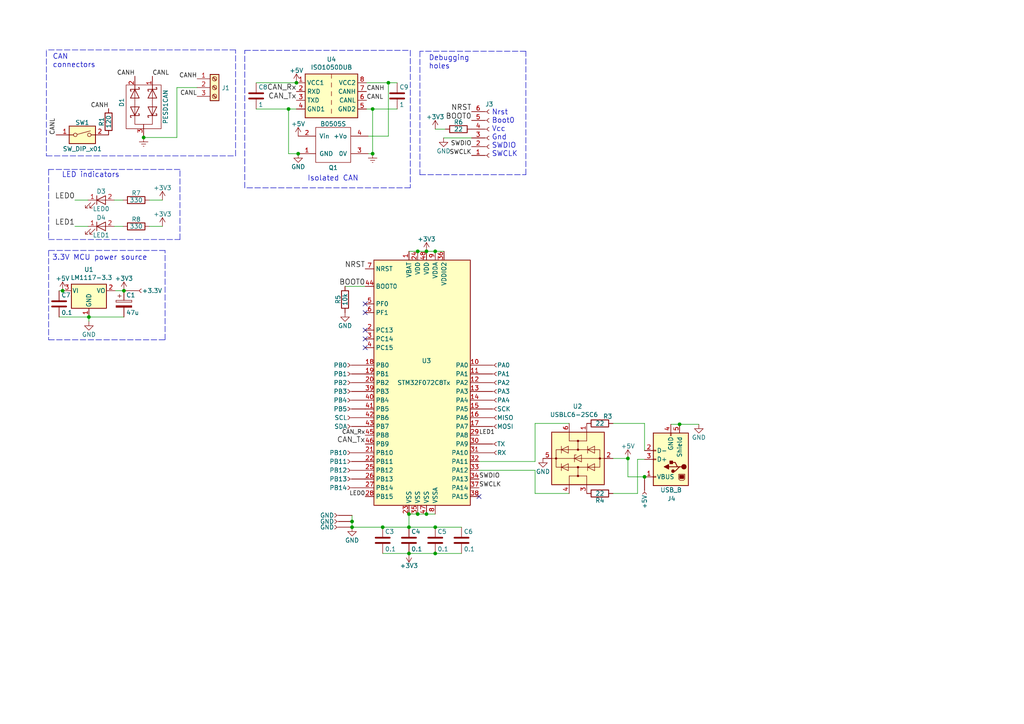
<source format=kicad_sch>
(kicad_sch (version 20211123) (generator eeschema)
  (paper "A4")
  (title_block (title "STM32F0x2 based USB<>CAN converter (isolated)") (company "SAO RAS"))
  (lib_symbols
    (symbol "Connector:Conn_01x01_Female" (pin_numbers hide) (pin_names (offset 1.016) hide)
      (property "Reference" "J" (at 0 2.54 0))
      (property "Value" "Conn_01x01_Female" (at 0 -2.54 0))
      (symbol "Conn_01x01_Female_1_1"
        (polyline (pts (xy -1.27 0) (xy -0.508 0)) (stroke (width 0.1524)))
        (arc (start 0 0.508) (mid -0.508 0) (end 0 -0.508) (stroke (width 0.1524)))
        (pin passive line (at -5.08 0 0) (length 3.81) (name "Pin_1") (number "1"))
      )
    )
    (symbol "Connector:Conn_01x06_Female" (pin_names (offset 1.016) hide)
      (property "Reference" "J" (at 0 7.62 0))
      (property "Value" "Conn_01x06_Female" (at 0 -10.16 0))
      (symbol "Conn_01x06_Female_1_1"
        (arc (start 0 -7.112) (mid -0.508 -7.62) (end 0 -8.128) (stroke (width 0.1524)))
        (arc (start 0 -4.572) (mid -0.508 -5.08) (end 0 -5.588) (stroke (width 0.1524)))
        (arc (start 0 -2.032) (mid -0.508 -2.54) (end 0 -3.048) (stroke (width 0.1524)))
        (polyline (pts (xy -1.27 -7.62) (xy -0.508 -7.62)) (stroke (width 0.1524)))
        (polyline (pts (xy -1.27 -5.08) (xy -0.508 -5.08)) (stroke (width 0.1524)))
        (polyline (pts (xy -1.27 -2.54) (xy -0.508 -2.54)) (stroke (width 0.1524)))
        (polyline (pts (xy -1.27 0) (xy -0.508 0)) (stroke (width 0.1524)))
        (polyline (pts (xy -1.27 2.54) (xy -0.508 2.54)) (stroke (width 0.1524)))
        (polyline (pts (xy -1.27 5.08) (xy -0.508 5.08)) (stroke (width 0.1524)))
        (arc (start 0 0.508) (mid -0.508 0) (end 0 -0.508) (stroke (width 0.1524)))
        (arc (start 0 3.048) (mid -0.508 2.54) (end 0 2.032) (stroke (width 0.1524)))
        (arc (start 0 5.588) (mid -0.508 5.08) (end 0 4.572) (stroke (width 0.1524)))
        (pin passive line (at -5.08 5.08 0) (length 3.81) (name "Pin_1") (number "1"))
        (pin passive line (at -5.08 2.54 0) (length 3.81) (name "Pin_2") (number "2"))
        (pin passive line (at -5.08 0 0) (length 3.81) (name "Pin_3") (number "3"))
        (pin passive line (at -5.08 -2.54 0) (length 3.81) (name "Pin_4") (number "4"))
        (pin passive line (at -5.08 -5.08 0) (length 3.81) (name "Pin_5") (number "5"))
        (pin passive line (at -5.08 -7.62 0) (length 3.81) (name "Pin_6") (number "6"))
      )
    )
    (symbol "Connector:Screw_Terminal_01x03" (pin_names (offset 1.016) hide)
      (property "Reference" "J" (at 0 5.08 0))
      (property "Value" "Screw_Terminal_01x03" (at 0 -5.08 0))
      (symbol "Screw_Terminal_01x03_1_1"
        (rectangle (start -1.27 3.81) (end 1.27 -3.81) (stroke (width 0.254)) (fill (type background)))
        (circle (center 0 -2.54) (radius 0.635) (stroke (width 0.1524)))
        (polyline (pts (xy -0.5334 -2.2098) (xy 0.3302 -3.048)) (stroke (width 0.1524)))
        (polyline (pts (xy -0.5334 0.3302) (xy 0.3302 -0.508)) (stroke (width 0.1524)))
        (polyline (pts (xy -0.5334 2.8702) (xy 0.3302 2.032)) (stroke (width 0.1524)))
        (polyline (pts (xy -0.3556 -2.032) (xy 0.508 -2.8702)) (stroke (width 0.1524)))
        (polyline (pts (xy -0.3556 0.508) (xy 0.508 -0.3302)) (stroke (width 0.1524)))
        (polyline (pts (xy -0.3556 3.048) (xy 0.508 2.2098)) (stroke (width 0.1524)))
        (circle (center 0 0) (radius 0.635) (stroke (width 0.1524)))
        (circle (center 0 2.54) (radius 0.635) (stroke (width 0.1524)))
        (pin passive line (at -5.08 2.54 0) (length 3.81) (name "Pin_1") (number "1"))
        (pin passive line (at -5.08 0 0) (length 3.81) (name "Pin_2") (number "2"))
        (pin passive line (at -5.08 -2.54 0) (length 3.81) (name "Pin_3") (number "3"))
      )
    )
    (symbol "Connector:USB_B" (pin_names (offset 1.016))
      (property "Reference" "J" (at -5.08 11.43 0))
      (property "Value" "USB_B" (at -5.08 8.89 0))
      (symbol "USB_B_0_1"
        (rectangle (start -5.08 -7.62) (end 5.08 7.62) (stroke (width 0.254)) (fill (type background)))
        (circle (center -3.81 2.159) (radius 0.635) (stroke (width 0.254)) (fill (type outline)))
        (rectangle (start -3.81 5.588) (end -2.54 4.572) (fill (type outline)))
        (circle (center -0.635 3.429) (radius 0.381) (stroke (width 0.254)) (fill (type outline)))
        (rectangle (start -0.127 -7.62) (end 0.127 -6.858))
        (polyline (pts (xy -1.905 2.159) (xy 0.635 2.159)) (stroke (width 0.254)))
        (polyline (pts (xy -3.175 2.159) (xy -2.54 2.159) (xy -1.27 3.429) (xy -0.635 3.429)) (stroke (width 0.254)))
        (polyline (pts (xy -2.54 2.159) (xy -1.905 2.159) (xy -1.27 0.889) (xy 0 0.889)) (stroke (width 0.254)))
        (polyline (pts (xy 0.635 2.794) (xy 0.635 1.524) (xy 1.905 2.159) (xy 0.635 2.794)) (stroke (width 0.254)) (fill (type outline)))
        (polyline (pts (xy -4.064 4.318) (xy -2.286 4.318) (xy -2.286 5.715) (xy -2.667 6.096) (xy -3.683 6.096) (xy -4.064 5.715) (xy -4.064 4.318)))
        (rectangle (start 0.254 1.27) (end -0.508 0.508) (stroke (width 0.254)) (fill (type outline)))
        (rectangle (start 5.08 -2.667) (end 4.318 -2.413))
        (rectangle (start 5.08 -0.127) (end 4.318 0.127))
        (rectangle (start 5.08 4.953) (end 4.318 5.207))
      )
      (symbol "USB_B_1_1"
        (pin power_out line (at 7.62 5.08 180) (length 2.54) (name "VBUS") (number "1"))
        (pin bidirectional line (at 7.62 -2.54 180) (length 2.54) (name "D-") (number "2"))
        (pin bidirectional line (at 7.62 0 180) (length 2.54) (name "D+") (number "3"))
        (pin power_out line (at 0 -10.16 90) (length 2.54) (name "GND") (number "4"))
        (pin passive line (at -2.54 -10.16 90) (length 2.54) (name "Shield") (number "5"))
      )
    )
    (symbol "Interface_CAN_LIN:ISO1050DUB"
      (property "Reference" "U" (at -6.35 6.35 0))
      (property "Value" "ISO1050DUB" (at 2.54 6.35 0))
      (symbol "ISO1050DUB_0_1"
        (rectangle (start -7.62 5.08) (end 7.62 -7.62) (stroke (width 0.254)) (fill (type background)))
        (polyline (pts (xy 0 -5.08) (xy 0 -6.35)))
        (polyline (pts (xy 0 -2.54) (xy 0 -3.81)))
        (polyline (pts (xy 0 0) (xy 0 -1.27)))
        (polyline (pts (xy 0 2.54) (xy 0 1.27)))
        (polyline (pts (xy 0 5.08) (xy 0 3.81)))
      )
      (symbol "ISO1050DUB_1_1"
        (pin power_in line (at -10.16 2.54 0) (length 2.54) (name "VCC1") (number "1"))
        (pin output line (at -10.16 0 0) (length 2.54) (name "RXD") (number "2"))
        (pin input line (at -10.16 -2.54 0) (length 2.54) (name "TXD") (number "3"))
        (pin power_in line (at -10.16 -5.08 0) (length 2.54) (name "GND1") (number "4"))
        (pin power_in line (at 10.16 -5.08 180) (length 2.54) (name "GND2") (number "5"))
        (pin bidirectional line (at 10.16 -2.54 180) (length 2.54) (name "CANL") (number "6"))
        (pin bidirectional line (at 10.16 0 180) (length 2.54) (name "CANH") (number "7"))
        (pin power_in line (at 10.16 2.54 180) (length 2.54) (name "VCC2") (number "8"))
      )
    )
    (symbol "MCU_ST_STM32F0:STM32F072C8Tx"
      (property "Reference" "U" (at -15.24 36.83 0))
      (property "Value" "STM32F072C8Tx" (at 7.62 36.83 0))
      (symbol "STM32F072C8Tx_0_1"
        (rectangle (start -15.24 -35.56) (end 12.7 35.56) (stroke (width 0.254)) (fill (type background)))
      )
      (symbol "STM32F072C8Tx_1_1"
        (pin power_in line (at -5.08 38.1 270) (length 2.54) (name "VBAT") (number "1"))
        (pin bidirectional line (at 15.24 5.08 180) (length 2.54) (name "PA0") (number "10"))
        (pin bidirectional line (at 15.24 2.54 180) (length 2.54) (name "PA1") (number "11"))
        (pin bidirectional line (at 15.24 0 180) (length 2.54) (name "PA2") (number "12"))
        (pin bidirectional line (at 15.24 -2.54 180) (length 2.54) (name "PA3") (number "13"))
        (pin bidirectional line (at 15.24 -5.08 180) (length 2.54) (name "PA4") (number "14"))
        (pin bidirectional line (at 15.24 -7.62 180) (length 2.54) (name "PA5") (number "15"))
        (pin bidirectional line (at 15.24 -10.16 180) (length 2.54) (name "PA6") (number "16"))
        (pin bidirectional line (at 15.24 -12.7 180) (length 2.54) (name "PA7") (number "17"))
        (pin bidirectional line (at -17.78 5.08 0) (length 2.54) (name "PB0") (number "18"))
        (pin bidirectional line (at -17.78 2.54 0) (length 2.54) (name "PB1") (number "19"))
        (pin bidirectional line (at -17.78 15.24 0) (length 2.54) (name "PC13") (number "2"))
        (pin bidirectional line (at -17.78 0 0) (length 2.54) (name "PB2") (number "20"))
        (pin bidirectional line (at -17.78 -20.32 0) (length 2.54) (name "PB10") (number "21"))
        (pin bidirectional line (at -17.78 -22.86 0) (length 2.54) (name "PB11") (number "22"))
        (pin power_in line (at -5.08 -38.1 90) (length 2.54) (name "VSS") (number "23"))
        (pin power_in line (at -2.54 38.1 270) (length 2.54) (name "VDD") (number "24"))
        (pin bidirectional line (at -17.78 -25.4 0) (length 2.54) (name "PB12") (number "25"))
        (pin bidirectional line (at -17.78 -27.94 0) (length 2.54) (name "PB13") (number "26"))
        (pin bidirectional line (at -17.78 -30.48 0) (length 2.54) (name "PB14") (number "27"))
        (pin bidirectional line (at -17.78 -33.02 0) (length 2.54) (name "PB15") (number "28"))
        (pin bidirectional line (at 15.24 -15.24 180) (length 2.54) (name "PA8") (number "29"))
        (pin bidirectional line (at -17.78 12.7 0) (length 2.54) (name "PC14") (number "3"))
        (pin bidirectional line (at 15.24 -17.78 180) (length 2.54) (name "PA9") (number "30"))
        (pin bidirectional line (at 15.24 -20.32 180) (length 2.54) (name "PA10") (number "31"))
        (pin bidirectional line (at 15.24 -22.86 180) (length 2.54) (name "PA11") (number "32"))
        (pin bidirectional line (at 15.24 -25.4 180) (length 2.54) (name "PA12") (number "33"))
        (pin bidirectional line (at 15.24 -27.94 180) (length 2.54) (name "PA13") (number "34"))
        (pin power_in line (at -2.54 -38.1 90) (length 2.54) (name "VSS") (number "35"))
        (pin power_in line (at 5.08 38.1 270) (length 2.54) (name "VDDIO2") (number "36"))
        (pin bidirectional line (at 15.24 -30.48 180) (length 2.54) (name "PA14") (number "37"))
        (pin bidirectional line (at 15.24 -33.02 180) (length 2.54) (name "PA15") (number "38"))
        (pin bidirectional line (at -17.78 -2.54 0) (length 2.54) (name "PB3") (number "39"))
        (pin bidirectional line (at -17.78 10.16 0) (length 2.54) (name "PC15") (number "4"))
        (pin bidirectional line (at -17.78 -5.08 0) (length 2.54) (name "PB4") (number "40"))
        (pin bidirectional line (at -17.78 -7.62 0) (length 2.54) (name "PB5") (number "41"))
        (pin bidirectional line (at -17.78 -10.16 0) (length 2.54) (name "PB6") (number "42"))
        (pin bidirectional line (at -17.78 -12.7 0) (length 2.54) (name "PB7") (number "43"))
        (pin input line (at -17.78 27.94 0) (length 2.54) (name "BOOT0") (number "44"))
        (pin bidirectional line (at -17.78 -15.24 0) (length 2.54) (name "PB8") (number "45"))
        (pin bidirectional line (at -17.78 -17.78 0) (length 2.54) (name "PB9") (number "46"))
        (pin power_in line (at 0 -38.1 90) (length 2.54) (name "VSS") (number "47"))
        (pin power_in line (at 0 38.1 270) (length 2.54) (name "VDD") (number "48"))
        (pin input line (at -17.78 22.86 0) (length 2.54) (name "PF0") (number "5"))
        (pin input line (at -17.78 20.32 0) (length 2.54) (name "PF1") (number "6"))
        (pin input line (at -17.78 33.02 0) (length 2.54) (name "NRST") (number "7"))
        (pin power_in line (at 2.54 -38.1 90) (length 2.54) (name "VSSA") (number "8"))
        (pin power_in line (at 2.54 38.1 270) (length 2.54) (name "VDDA") (number "9"))
      )
    )
    (symbol "Power_Protection:USBLC6-2SC6" (pin_names hide)
      (property "Reference" "U" (at 2.54 8.89 0))
      (property "Value" "USBLC6-2SC6" (at 2.54 -8.89 0))
      (symbol "USBLC6-2SC6_0_1"
        (rectangle (start -7.62 -7.62) (end 7.62 7.62) (stroke (width 0.254)) (fill (type background)))
        (circle (center -5.08 0) (radius 0.254) (fill (type outline)))
        (circle (center -2.54 0) (radius 0.254) (fill (type outline)))
        (rectangle (start -2.54 6.35) (end 2.54 -6.35))
        (circle (center 0 -6.35) (radius 0.254) (fill (type outline)))
        (polyline (pts (xy -5.08 -2.54) (xy -7.62 -2.54)))
        (polyline (pts (xy -5.08 0) (xy -5.08 -2.54)))
        (polyline (pts (xy -5.08 2.54) (xy -7.62 2.54)))
        (polyline (pts (xy -1.524 -2.794) (xy -3.556 -2.794)))
        (polyline (pts (xy -1.524 4.826) (xy -3.556 4.826)))
        (polyline (pts (xy 0 -7.62) (xy 0 -6.35)))
        (polyline (pts (xy 0 -6.35) (xy 0 1.27)))
        (polyline (pts (xy 0 1.27) (xy 0 6.35)))
        (polyline (pts (xy 0 6.35) (xy 0 7.62)))
        (polyline (pts (xy 1.524 -2.794) (xy 3.556 -2.794)))
        (polyline (pts (xy 1.524 4.826) (xy 3.556 4.826)))
        (polyline (pts (xy 5.08 -2.54) (xy 7.62 -2.54)))
        (polyline (pts (xy 5.08 0) (xy 5.08 -2.54)))
        (polyline (pts (xy 5.08 2.54) (xy 7.62 2.54)))
        (polyline (pts (xy -2.54 0) (xy -5.08 0) (xy -5.08 2.54)))
        (polyline (pts (xy 2.54 0) (xy 5.08 0) (xy 5.08 2.54)))
        (polyline (pts (xy -3.556 -4.826) (xy -1.524 -4.826) (xy -2.54 -2.794) (xy -3.556 -4.826)))
        (polyline (pts (xy -3.556 2.794) (xy -1.524 2.794) (xy -2.54 4.826) (xy -3.556 2.794)))
        (polyline (pts (xy -1.016 -1.016) (xy 1.016 -1.016) (xy 0 1.016) (xy -1.016 -1.016)))
        (polyline (pts (xy 1.016 1.016) (xy 0.762 1.016) (xy -1.016 1.016) (xy -1.016 0.508)))
        (polyline (pts (xy 3.556 -4.826) (xy 1.524 -4.826) (xy 2.54 -2.794) (xy 3.556 -4.826)))
        (polyline (pts (xy 3.556 2.794) (xy 1.524 2.794) (xy 2.54 4.826) (xy 3.556 2.794)))
        (circle (center 0 6.35) (radius 0.254) (fill (type outline)))
        (circle (center 2.54 0) (radius 0.254) (fill (type outline)))
        (circle (center 5.08 0) (radius 0.254) (fill (type outline)))
      )
      (symbol "USBLC6-2SC6_1_1"
        (pin passive line (at -10.16 -2.54 0) (length 2.54) (name "I/O1") (number "1"))
        (pin passive line (at 0 -10.16 90) (length 2.54) (name "GND") (number "2"))
        (pin passive line (at 10.16 -2.54 180) (length 2.54) (name "I/O2") (number "3"))
        (pin passive line (at 10.16 2.54 180) (length 2.54) (name "I/O2") (number "4"))
        (pin passive line (at 0 10.16 270) (length 2.54) (name "VBUS") (number "5"))
        (pin passive line (at -10.16 2.54 0) (length 2.54) (name "I/O1") (number "6"))
      )
    )
    (symbol "Regulator_Linear:LM1117-3.3" (pin_names (offset 0.254))
      (property "Reference" "U" (at -3.81 3.175 0))
      (property "Value" "LM1117-3.3" (at 0 3.175 0))
      (symbol "LM1117-3.3_0_1"
        (rectangle (start -5.08 -5.08) (end 5.08 1.905) (stroke (width 0.254)) (fill (type background)))
      )
      (symbol "LM1117-3.3_1_1"
        (pin power_in line (at 0 -7.62 90) (length 2.54) (name "GND") (number "1"))
        (pin power_out line (at 7.62 0 180) (length 2.54) (name "VO") (number "2"))
        (pin power_in line (at -7.62 0 0) (length 2.54) (name "VI") (number "3"))
      )
    )
    (symbol "Switch:SW_DIP_x01" (pin_names (offset 0) hide)
      (property "Reference" "SW" (at 0 3.81 0))
      (property "Value" "SW_DIP_x01" (at 0 -3.81 0))
      (symbol "SW_DIP_x01_0_0"
        (circle (center -2.032 0) (radius 0.508))
        (polyline (pts (xy -1.524 0.127) (xy 2.3622 1.1684)))
        (circle (center 2.032 0) (radius 0.508))
      )
      (symbol "SW_DIP_x01_0_1"
        (rectangle (start -3.81 2.54) (end 3.81 -2.54) (stroke (width 0.254)) (fill (type background)))
      )
      (symbol "SW_DIP_x01_1_1"
        (pin passive line (at -7.62 0 0) (length 5.08) (name "~") (number "1"))
        (pin passive line (at 7.62 0 180) (length 5.08) (name "~") (number "2"))
      )
    )
    (symbol "elements:B0505S" (pin_names (offset 1.016))
      (property "Reference" "Q?" (at 0 6.35 0))
      (property "Value" "B0505S" (at 0 -6.35 0))
      (symbol "B0505S_0_1"
        (rectangle (start -5.08 5.08) (end 5.08 -5.08))
      )
      (symbol "B0505S_1_1"
        (pin power_in line (at -10.16 -2.54 0) (length 5.08) (name "GND") (number "1"))
        (pin power_in line (at -10.16 2.54 0) (length 5.08) (name "Vin") (number "2"))
        (pin power_out line (at 10.16 -2.54 180) (length 5.08) (name "0V") (number "3"))
        (pin power_out line (at 10.16 2.54 180) (length 5.08) (name "+Vo") (number "4"))
      )
    )
    (symbol "elements:PESD1CAN" (pin_names (offset 0.762) hide)
      (property "Reference" "D" (at 0 -8.89 0))
      (property "Value" "PESD1CAN" (at 1.27 3.81 0))
      (symbol "PESD1CAN_0_1"
        (rectangle (start -5.08 2.54) (end 7.62 -7.62))
        (polyline (pts (xy -3.556 -5.08) (xy 3.81 -5.08)))
        (polyline (pts (xy -3.556 0) (xy 3.81 0)))
        (polyline (pts (xy -3.81 -3.81) (xy -3.81 -6.35) (xy -3.81 -6.35)) (stroke (width 0.2032)))
        (polyline (pts (xy -3.81 1.27) (xy -3.81 -1.27) (xy -3.81 -1.27)) (stroke (width 0.2032)))
        (polyline (pts (xy 3.81 -3.81) (xy 3.81 -6.35) (xy 3.81 -6.35)) (stroke (width 0.2032)))
        (polyline (pts (xy 3.81 1.27) (xy 3.81 -1.27) (xy 3.81 -1.27)) (stroke (width 0.2032)))
        (polyline (pts (xy -3.81 -3.81) (xy -4.318 -3.81) (xy -4.318 -4.064) (xy -4.318 -4.064)) (stroke (width 0.2032)))
        (polyline (pts (xy -3.81 1.27) (xy -4.318 1.27) (xy -4.318 1.016) (xy -4.318 1.016)) (stroke (width 0.2032)))
        (polyline (pts (xy 3.81 -6.35) (xy 4.318 -6.35) (xy 4.318 -6.096) (xy 4.318 -6.096)) (stroke (width 0.2032)))
        (polyline (pts (xy 3.81 -3.81) (xy 3.302 -3.81) (xy 3.302 -4.064) (xy 3.302 -4.064)) (stroke (width 0.2032)))
        (polyline (pts (xy 3.81 -1.27) (xy 4.318 -1.27) (xy 4.318 -1.016) (xy 4.318 -1.016)) (stroke (width 0.2032)))
        (polyline (pts (xy 3.81 0) (xy 6.35 0) (xy 6.35 -5.08) (xy 3.81 -5.08)))
        (polyline (pts (xy 3.81 1.27) (xy 3.302 1.27) (xy 3.302 1.016) (xy 3.302 1.016)) (stroke (width 0.2032)))
        (polyline (pts (xy -3.302 -6.096) (xy -3.302 -6.35) (xy -3.81 -6.35) (xy -3.81 -6.35) (xy -3.81 -6.35)) (stroke (width 0.2032)))
        (polyline (pts (xy -3.302 -1.016) (xy -3.302 -1.27) (xy -3.81 -1.27) (xy -3.81 -1.27) (xy -3.81 -1.27)) (stroke (width 0.2032)))
        (polyline (pts (xy -1.27 -6.35) (xy -3.81 -5.08) (xy -1.27 -3.81) (xy -1.27 -6.35) (xy -1.27 -6.35) (xy -1.27 -6.35)) (stroke (width 0.2032)))
        (polyline (pts (xy -1.27 -1.27) (xy -3.81 0) (xy -1.27 1.27) (xy -1.27 -1.27) (xy -1.27 -1.27) (xy -1.27 -1.27)) (stroke (width 0.2032)))
        (polyline (pts (xy 1.27 -3.81) (xy 3.81 -5.08) (xy 1.27 -6.35) (xy 1.27 -3.81) (xy 1.27 -3.81) (xy 1.27 -3.81)) (stroke (width 0.2032)))
        (polyline (pts (xy 1.27 1.27) (xy 3.81 0) (xy 1.27 -1.27) (xy 1.27 1.27) (xy 1.27 1.27) (xy 1.27 1.27)) (stroke (width 0.2032)))
        (pin passive line (at -7.62 0 0) (length 3.81) (name "K") (number "1"))
        (pin passive line (at -7.62 -5.08 0) (length 3.81) (name "K") (number "2"))
        (pin passive line (at 10.16 -2.54 180) (length 3.81) (name "O") (number "3"))
      )
    )
    (symbol "power:Earth" (power) (pin_names (offset 0))
      (symbol "Earth_0_1"
        (polyline (pts (xy -0.635 -1.905) (xy 0.635 -1.905)))
        (polyline (pts (xy -0.127 -2.54) (xy 0.127 -2.54)))
        (polyline (pts (xy 0 -1.27) (xy 0 0)))
        (polyline (pts (xy 1.27 -1.27) (xy -1.27 -1.27)))
      )
      (symbol "Earth_1_1"
        (pin power_in line (at 0 0 270) (length 0) hide (name "Earth") (number "1"))
      )
    )
    (symbol "stm32-rescue:+3.3V" (power) (pin_names (offset 0))
      (property "Value" "+3.3V" (at 0 3.556 0))
      (symbol "+3.3V_0_1"
        (polyline (pts (xy -0.762 1.27) (xy 0 2.54)))
        (polyline (pts (xy 0 0) (xy 0 2.54)))
        (polyline (pts (xy 0 2.54) (xy 0.762 1.27)))
      )
      (symbol "+3.3V_1_1"
        (pin power_in line (at 0 0 90) (length 0) hide (name "+3V3") (number "1"))
      )
    )
    (symbol "stm32-rescue:+5V" (power) (pin_names (offset 0))
      (property "Value" "+5V" (at 0 3.556 0))
      (symbol "+5V_0_1"
        (polyline (pts (xy -0.762 1.27) (xy 0 2.54)))
        (polyline (pts (xy 0 0) (xy 0 2.54)))
        (polyline (pts (xy 0 2.54) (xy 0.762 1.27)))
      )
      (symbol "+5V_1_1"
        (pin power_in line (at 0 0 90) (length 0) hide (name "+5V") (number "1"))
      )
    )
    (symbol "stm32-rescue:C" (pin_numbers hide) (pin_names (offset 0.254))
      (property "Reference" "C" (at 0.635 2.54 0))
      (property "Value" "C" (at 0.635 -2.54 0))
      (symbol "C_0_1"
        (polyline (pts (xy -2.032 -0.762) (xy 2.032 -0.762)) (stroke (width 0.508)))
        (polyline (pts (xy -2.032 0.762) (xy 2.032 0.762)) (stroke (width 0.508)))
      )
      (symbol "C_1_1"
        (pin passive line (at 0 3.81 270) (length 2.794) (name "~") (number "1"))
        (pin passive line (at 0 -3.81 90) (length 2.794) (name "~") (number "2"))
      )
    )
    (symbol "stm32-rescue:CONN_01X01" (pin_names (offset 1.016) hide)
      (property "Reference" "J" (at 0 2.54 0))
      (property "Value" "CONN_01X01" (at 2.54 0 90))
      (symbol "CONN_01X01_0_1"
        (rectangle (start -1.27 0.127) (end 0.254 -0.127))
        (rectangle (start -1.27 1.27) (end 1.27 -1.27))
      )
      (symbol "CONN_01X01_1_1"
        (pin passive line (at -5.08 0 0) (length 3.81) (name "P1") (number "1"))
      )
    )
    (symbol "stm32-rescue:CP" (pin_numbers hide) (pin_names (offset 0.254))
      (property "Reference" "C" (at 0.635 2.54 0))
      (property "Value" "CP" (at 0.635 -2.54 0))
      (symbol "CP_0_1"
        (rectangle (start -2.286 0.508) (end -2.286 1.016))
        (rectangle (start -2.286 0.508) (end 2.286 0.508))
        (polyline (pts (xy -1.778 2.286) (xy -0.762 2.286)))
        (polyline (pts (xy -1.27 2.794) (xy -1.27 1.778)))
        (rectangle (start 2.286 -0.508) (end -2.286 -1.016) (fill (type outline)))
        (rectangle (start 2.286 1.016) (end -2.286 1.016))
        (rectangle (start 2.286 1.016) (end 2.286 0.508))
      )
      (symbol "CP_1_1"
        (pin passive line (at 0 3.81 270) (length 2.794) (name "~") (number "1"))
        (pin passive line (at 0 -3.81 90) (length 2.794) (name "~") (number "2"))
      )
    )
    (symbol "stm32-rescue:GND" (power) (pin_names (offset 0))
      (property "Value" "GND" (at 0 -3.81 0))
      (symbol "GND_0_1"
        (polyline (pts (xy 0 0) (xy 0 -1.27) (xy 1.27 -1.27) (xy 0 -2.54) (xy -1.27 -1.27) (xy 0 -1.27)))
      )
      (symbol "GND_1_1"
        (pin power_in line (at 0 0 270) (length 0) hide (name "GND") (number "1"))
      )
    )
    (symbol "stm32-rescue:LED-RESCUE-stm32" (pin_names (offset 1.016) hide)
      (property "Reference" "D" (at 0 2.54 0))
      (property "Value" "LED-RESCUE-stm32" (at 0 -2.54 0))
      (symbol "LED-RESCUE-stm32_0_1"
        (polyline (pts (xy -1.27 -1.27) (xy -1.27 1.27)) (stroke (width 0.2032)))
        (polyline (pts (xy -1.27 0) (xy 1.27 0)))
        (polyline (pts (xy 1.27 -1.27) (xy 1.27 1.27) (xy -1.27 0) (xy 1.27 -1.27)) (stroke (width 0.2032)))
        (polyline (pts (xy -3.048 -0.762) (xy -4.572 -2.286) (xy -3.81 -2.286) (xy -4.572 -2.286) (xy -4.572 -1.524)))
        (polyline (pts (xy -1.778 -0.762) (xy -3.302 -2.286) (xy -2.54 -2.286) (xy -3.302 -2.286) (xy -3.302 -1.524)))
      )
      (symbol "LED-RESCUE-stm32_1_1"
        (pin passive line (at -3.81 0 0) (length 2.54) (name "K") (number "1"))
        (pin passive line (at 3.81 0 180) (length 2.54) (name "A") (number "2"))
      )
    )
    (symbol "stm32-rescue:R" (pin_numbers hide) (pin_names (offset 0))
      (property "Reference" "R" (at 2.032 0 90))
      (property "Value" "R" (at 0 0 90))
      (symbol "R_0_1"
        (rectangle (start -1.016 -2.54) (end 1.016 2.54) (stroke (width 0.254)))
      )
      (symbol "R_1_1"
        (pin passive line (at 0 3.81 270) (length 1.27) (name "~") (number "1"))
        (pin passive line (at 0 -3.81 90) (length 1.27) (name "~") (number "2"))
      )
    )
  )
  (junction (at 85.979 24.003))
  (junction (at 83.693 31.623))
  (junction (at 126.238 72.898))
  (junction (at 126.238 160.528))
  (junction (at 118.618 160.528))
  (junction (at 182.118 132.969))
  (junction (at 121.158 149.098))
  (junction (at 121.158 72.898))
  (junction (at 186.944 138.303))
  (junction (at 35.941 84.328))
  (junction (at 41.656 39.878))
  (junction (at 108.077 31.623))
  (junction (at 126.238 152.908))
  (junction (at 108.077 44.577))
  (junction (at 123.698 72.898))
  (junction (at 118.618 152.908))
  (junction (at 112.649 24.003))
  (junction (at 18.161 84.328))
  (junction (at 102.108 151.257))
  (junction (at 118.618 149.098))
  (junction (at 102.108 152.908))
  (junction (at 86.487 44.577))
  (junction (at 110.998 152.908))
  (junction (at 123.698 149.098))
  (junction (at 25.781 91.948))
  (junction (at 197.104 123.063))
  (no_connect (at 105.918 98.298))
  (no_connect (at 138.938 144.018))
  (no_connect (at 105.918 100.838))
  (no_connect (at 323.85 199.898))
  (no_connect (at 323.85 180.848))
  (no_connect (at 105.918 95.758))
  (no_connect (at 105.918 88.138))
  (no_connect (at 323.85 187.198))
  (no_connect (at 105.918 90.678))
  (no_connect (at 323.85 193.548))
  (wire (pts (xy 21.717 58.039) (xy 25.527 58.039)))
  (wire (pts (xy 110.998 152.908) (xy 118.618 152.908)))
  (wire (pts (xy 177.8 122.809) (xy 186.944 122.809)))
  (wire (pts (xy 155.194 122.809) (xy 155.194 133.858)))
  (wire (pts (xy 121.158 72.898) (xy 123.698 72.898)))
  (wire (pts (xy 108.077 44.577) (xy 106.807 44.577)))
  (wire (pts (xy 128.651 40.005) (xy 136.779 40.005)))
  (wire (pts (xy 112.649 24.003) (xy 115.189 24.003)))
  (wire (pts (xy 126.238 37.465) (xy 129.159 37.465)))
  (wire (pts (xy 17.145 91.948) (xy 25.781 91.948)))
  (wire (pts (xy 197.104 123.063) (xy 202.692 123.063)))
  (wire (pts (xy 106.299 31.623) (xy 108.077 31.623)))
  (polyline (pts (xy 47.879 98.552) (xy 47.879 72.644)))
  (polyline (pts (xy 13.462 14.732) (xy 13.462 45.212)))
  (polyline (pts (xy 152.527 50.673) (xy 152.527 14.859)))
  (polyline (pts (xy 70.993 14.605) (xy 118.999 14.605)))
  (wire (pts (xy 51.308 25.4) (xy 51.308 39.878)))
  (wire (pts (xy 74.295 31.623) (xy 83.693 31.623)))
  (wire (pts (xy 123.698 72.898) (xy 126.238 72.898)))
  (wire (pts (xy 43.307 65.659) (xy 47.117 65.659)))
  (wire (pts (xy 25.781 91.948) (xy 35.941 91.948)))
  (wire (pts (xy 33.147 65.659) (xy 35.687 65.659)))
  (wire (pts (xy 83.693 31.623) (xy 85.979 31.623)))
  (wire (pts (xy 115.189 31.623) (xy 108.077 31.623)))
  (polyline (pts (xy 152.527 14.859) (xy 121.793 14.859)))
  (wire (pts (xy 118.618 149.098) (xy 121.158 149.098)))
  (wire (pts (xy 121.158 149.098) (xy 123.698 149.098)))
  (wire (pts (xy 123.698 149.098) (xy 126.238 149.098)))
  (wire (pts (xy 106.299 24.003) (xy 112.649 24.003)))
  (wire (pts (xy 126.238 152.908) (xy 133.858 152.908)))
  (wire (pts (xy 194.564 123.063) (xy 197.104 123.063)))
  (wire (pts (xy 177.8 143.129) (xy 184.912 143.129)))
  (wire (pts (xy 155.194 143.129) (xy 165.1 143.129)))
  (polyline (pts (xy 14.097 69.469) (xy 52.197 69.469)))
  (polyline (pts (xy 68.326 14.478) (xy 13.462 14.478)))
  (wire (pts (xy 184.912 133.223) (xy 184.912 143.129)))
  (wire (pts (xy 25.781 93.218) (xy 25.781 91.948)))
  (polyline (pts (xy 14.097 72.644) (xy 14.097 98.552)))
  (wire (pts (xy 43.307 58.039) (xy 47.117 58.039)))
  (wire (pts (xy 106.807 39.497) (xy 112.649 39.497)))
  (polyline (pts (xy 118.999 14.605) (xy 118.999 54.483)))
  (wire (pts (xy 110.998 160.528) (xy 118.618 160.528)))
  (polyline (pts (xy 52.197 69.469) (xy 52.197 49.149)))
  (polyline (pts (xy 13.462 45.212) (xy 68.326 45.212)))
  (wire (pts (xy 118.618 72.898) (xy 121.158 72.898)))
  (wire (pts (xy 21.717 65.659) (xy 25.527 65.659)))
  (wire (pts (xy 18.161 84.328) (xy 17.145 84.328)))
  (polyline (pts (xy 14.097 49.149) (xy 14.097 69.469)))
  (polyline (pts (xy 121.793 14.859) (xy 121.793 50.673)))
  (wire (pts (xy 57.15 25.4) (xy 51.308 25.4)))
  (wire (pts (xy 155.194 136.398) (xy 155.194 143.129)))
  (wire (pts (xy 112.649 39.497) (xy 112.649 24.003)))
  (wire (pts (xy 102.108 151.257) (xy 102.108 152.908)))
  (wire (pts (xy 41.656 39.878) (xy 51.308 39.878)))
  (wire (pts (xy 108.077 31.623) (xy 108.077 44.577)))
  (wire (pts (xy 83.693 44.577) (xy 83.693 31.623)))
  (wire (pts (xy 165.1 122.809) (xy 155.194 122.809)))
  (wire (pts (xy 100.076 83.058) (xy 105.918 83.058)))
  (wire (pts (xy 186.944 138.303) (xy 182.118 138.303)))
  (wire (pts (xy 118.618 152.908) (xy 118.618 149.098)))
  (wire (pts (xy 33.147 58.039) (xy 35.687 58.039)))
  (wire (pts (xy 33.401 84.328) (xy 35.941 84.328)))
  (polyline (pts (xy 121.793 50.673) (xy 152.527 50.673)))
  (wire (pts (xy 102.108 149.479) (xy 102.108 151.257)))
  (polyline (pts (xy 68.326 45.212) (xy 68.326 14.478)))
  (wire (pts (xy 86.487 44.577) (xy 83.693 44.577)))
  (polyline (pts (xy 70.993 54.483) (xy 70.993 14.605)))
  (wire (pts (xy 184.912 133.223) (xy 186.944 133.223)))
  (wire (pts (xy 182.118 132.969) (xy 177.8 132.969)))
  (wire (pts (xy 138.938 133.858) (xy 155.194 133.858)))
  (wire (pts (xy 118.618 160.528) (xy 126.238 160.528)))
  (wire (pts (xy 102.108 152.908) (xy 110.998 152.908)))
  (wire (pts (xy 138.938 136.398) (xy 155.194 136.398)))
  (wire (pts (xy 118.618 152.908) (xy 126.238 152.908)))
  (wire (pts (xy 74.295 24.003) (xy 85.979 24.003)))
  (wire (pts (xy 126.238 72.898) (xy 128.778 72.898)))
  (wire (pts (xy 133.858 160.528) (xy 126.238 160.528)))
  (polyline (pts (xy 14.097 98.552) (xy 47.879 98.552)))
  (polyline (pts (xy 118.999 54.483) (xy 70.993 54.483)))
  (wire (pts (xy 186.944 122.809) (xy 186.944 130.683)))
  (polyline (pts (xy 52.197 49.149) (xy 14.097 49.149)))
  (polyline (pts (xy 47.879 72.644) (xy 14.097 72.644)))
  (wire (pts (xy 182.118 132.969) (xy 182.118 138.303)))
  (text "LED indicators" (at 17.907 51.689 0) (effects (font (size 1.524 1.524)) (justify left bottom)))
  (text "Isolated CAN" (at 104.013 52.705 180) (effects (font (size 1.524 1.524)) (justify right bottom)))
  (text "Debugging\nholes" (at 124.333 20.193 0) (effects (font (size 1.4986 1.4986)) (justify left bottom)))
  (text "3.3V MCU power source" (at 15.113 75.692 0) (effects (font (size 1.524 1.524)) (justify left bottom)))
  (text "Nrst\nBoot0\nVcc\nGnd\nSWDIO\nSWCLK" (at 142.621 45.593 0) (effects (font (size 1.4986 1.4986)) (justify left bottom)))
  (text "CAN\nconnectors" (at 15.24 19.812 0) (effects (font (size 1.4986 1.4986)) (justify left bottom)))
  (label "CANH" (at 106.299 26.543 0))
  (label "CAN_Tx" (at 105.918 128.778 180) (effects (font (size 1.524 1.524))))
  (label "CANL" (at 16.256 39.116 90))
  (label "CANH" (at 57.15 22.86 180))
  (label "CANL" (at 57.15 27.94 180))
  (label "NRST" (at 136.779 32.385 180) (effects (font (size 1.524 1.524))))
  (label "LED0" (at 105.918 144.018 180) (effects (font (size 1.2 1.2))))
  (label "LED1" (at 21.717 65.659 180) (effects (font (size 1.524 1.524))))
  (label "CANL" (at 106.299 29.083 0))
  (label "SWDIO" (at 138.938 138.938 0))
  (label "CAN_Rx" (at 105.918 126.238 180) (effects (font (size 1.2 1.2))))
  (label "CAN_Tx" (at 85.979 29.083 180) (effects (font (size 1.524 1.524))))
  (label "CANL" (at 44.196 22.098 0))
  (label "SWDIO" (at 136.779 42.545 180))
  (label "CANH" (at 39.116 22.098 180))
  (label "LED1" (at 138.938 126.238 0) (effects (font (size 1.2 1.2))))
  (label "BOOT0" (at 136.779 34.925 180) (effects (font (size 1.524 1.524))))
  (label "SWCLK" (at 136.779 45.085 180))
  (label "BOOT0" (at 105.918 83.058 180) (effects (font (size 1.524 1.524))))
  (label "CANH" (at 31.496 31.496 180))
  (label "SWCLK" (at 138.938 141.478 0))
  (label "CAN_Rx" (at 85.979 26.543 180) (effects (font (size 1.524 1.524))))
  (label "NRST" (at 105.918 77.978 180) (effects (font (size 1.524 1.524))))
  (label "LED0" (at 21.717 58.039 180) (effects (font (size 1.524 1.524))))
  (symbol (lib_id "stm32-rescue:C") (at 110.998 156.718 0) (unit 1)
    (property "Reference" "C3" (at 111.633 154.178 0) (effects (justify left)))
    (property "Value" "0.1" (at 111.633 159.258 0) (effects (justify left)))
    (property "Footprint" "Capacitor_SMD:C_0603_1608Metric_Pad1.05x0.95mm_HandSolder" (effects hide))
  )
  (symbol (lib_id "stm32-rescue:+5V") (at 18.161 84.328 0) (unit 1)
    (property "Reference" "#PWR01" (effects hide))
    (property "Value" "+5V" (at 18.161 80.772 0))
  )
  (symbol (lib_id "stm32-rescue:GND") (at 25.781 93.218 0) (unit 1)
    (property "Reference" "#PWR02" (effects hide))
    (property "Value" "GND" (at 25.781 97.028 0))
  )
  (symbol (lib_id "stm32-rescue:CP") (at 35.941 88.138 0) (unit 1)
    (property "Reference" "C1" (at 36.576 85.598 0) (effects (justify left)))
    (property "Value" "47u" (at 36.576 90.678 0) (effects (justify left)))
    (property "Footprint" "Capacitor_Tantalum_SMD:CP_EIA-3216-18_Kemet-A_Pad1.58x1.35mm_HandSolder" (effects hide))
  )
  (symbol (lib_id "stm32-rescue:+3.3V") (at 35.941 84.328 0) (unit 1)
    (property "Reference" "#PWR04" (effects hide))
    (property "Value" "+3.3V" (at 35.941 80.772 0))
  )
  (symbol (lib_id "elements:PESD1CAN") (at 44.196 29.718 270) (unit 1)
    (property "Reference" "D1" (at 35.306 29.718 0))
    (property "Value" "PESD1CAN" (at 48.006 30.988 0))
    (property "Footprint" "TO_SOT_Packages_SMD:SOT-23" (effects hide))
  )
  (symbol (lib_id "stm32-rescue:R") (at 31.496 35.306 180) (unit 1)
    (property "Reference" "R1" (at 29.464 35.306 90))
    (property "Value" "120" (at 31.496 35.306 90))
    (property "Footprint" "Resistor_SMD:R_1210_3225Metric_Pad1.42x2.65mm_HandSolder" (effects hide))
  )
  (symbol (lib_id "stm32-rescue:LED-RESCUE-stm32") (at 29.337 58.039 0) (unit 1)
    (property "Reference" "D3" (at 29.337 55.499 0))
    (property "Value" "LED0" (at 29.337 60.579 0))
    (property "Footprint" "LED_SMD:LED_0805_2012Metric_Pad1.15x1.40mm_HandSolder" (effects hide))
  )
  (symbol (lib_id "stm32-rescue:R") (at 39.497 58.039 90) (unit 1)
    (property "Reference" "R7" (at 39.497 56.007 90))
    (property "Value" "330" (at 39.497 58.039 90))
    (property "Footprint" "Resistor_SMD:R_0603_1608Metric_Pad1.05x0.95mm_HandSolder" (effects hide))
  )
  (symbol (lib_id "stm32-rescue:+3.3V") (at 47.117 58.039 0) (unit 1)
    (property "Reference" "#PWR019" (effects hide))
    (property "Value" "+3.3V" (at 47.117 54.483 0))
  )
  (symbol (lib_id "stm32-rescue:C") (at 118.618 156.718 0) (unit 1)
    (property "Reference" "C4" (at 119.253 154.178 0) (effects (justify left)))
    (property "Value" "0.1" (at 119.253 159.258 0) (effects (justify left)))
    (property "Footprint" "Capacitor_SMD:C_0603_1608Metric_Pad1.05x0.95mm_HandSolder" (effects hide))
  )
  (symbol (lib_id "stm32-rescue:C") (at 126.238 156.718 0) (unit 1)
    (property "Reference" "C5" (at 126.873 154.178 0) (effects (justify left)))
    (property "Value" "0.1" (at 126.873 159.258 0) (effects (justify left)))
    (property "Footprint" "Capacitor_SMD:C_0603_1608Metric_Pad1.05x0.95mm_HandSolder" (effects hide))
  )
  (symbol (lib_id "stm32-rescue:LED-RESCUE-stm32") (at 29.337 65.659 0) (unit 1)
    (property "Reference" "D4" (at 29.337 63.119 0))
    (property "Value" "LED1" (at 29.337 68.199 0))
    (property "Footprint" "LED_SMD:LED_0805_2012Metric_Pad1.15x1.40mm_HandSolder" (effects hide))
  )
  (symbol (lib_id "stm32-rescue:R") (at 39.497 65.659 90) (unit 1)
    (property "Reference" "R8" (at 39.497 63.627 90))
    (property "Value" "330" (at 39.497 65.659 90))
    (property "Footprint" "Resistor_SMD:R_0603_1608Metric_Pad1.05x0.95mm_HandSolder" (effects hide))
  )
  (symbol (lib_id "stm32-rescue:+3.3V") (at 47.117 65.659 0) (unit 1)
    (property "Reference" "#PWR020" (effects hide))
    (property "Value" "+3.3V" (at 47.117 62.103 0))
  )
  (symbol (lib_id "stm32-rescue:+3.3V") (at 118.618 160.528 180) (unit 1)
    (property "Reference" "#PWR09" (effects hide))
    (property "Value" "+3.3V" (at 118.618 164.084 0))
  )
  (symbol (lib_id "stm32-rescue:GND") (at 102.108 152.908 0) (unit 1)
    (property "Reference" "#PWR08" (effects hide))
    (property "Value" "GND" (at 102.108 156.718 0))
  )
  (symbol (lib_id "stm32-rescue:GND") (at 157.48 132.969 0) (unit 1)
    (property "Reference" "#PWR014" (effects hide))
    (property "Value" "GND" (at 157.48 136.779 0))
  )
  (symbol (lib_id "stm32-rescue:C") (at 133.858 156.718 0) (unit 1)
    (property "Reference" "C6" (at 134.493 154.178 0) (effects (justify left)))
    (property "Value" "0.1" (at 134.493 159.258 0) (effects (justify left)))
    (property "Footprint" "Capacitor_SMD:C_0603_1608Metric_Pad1.05x0.95mm_HandSolder" (effects hide))
  )
  (symbol (lib_id "stm32-rescue:R") (at 100.076 86.868 180) (unit 1)
    (property "Reference" "R5" (at 98.044 86.868 90))
    (property "Value" "10k" (at 100.076 86.868 90))
    (property "Footprint" "Resistor_SMD:R_0603_1608Metric_Pad1.05x0.95mm_HandSolder" (effects hide))
  )
  (symbol (lib_id "stm32-rescue:CONN_01X01") (at 328.93 180.848 0) (unit 1)
    (property "Reference" "P1" (at 328.93 178.308 0))
    (property "Value" "Hole" (at 331.47 180.848 90))
    (property "Footprint" "my_footprints:Hole_3mm" (effects hide))
  )
  (symbol (lib_id "stm32-rescue:CONN_01X01") (at 328.93 187.198 0) (unit 1)
    (property "Reference" "P2" (at 328.93 184.658 0))
    (property "Value" "Hole" (at 331.47 187.198 90))
    (property "Footprint" "my_footprints:Hole_3mm" (effects hide))
  )
  (symbol (lib_id "stm32-rescue:CONN_01X01") (at 328.93 193.548 0) (unit 1)
    (property "Reference" "P3" (at 328.93 191.008 0))
    (property "Value" "Hole" (at 331.47 193.548 90))
    (property "Footprint" "my_footprints:Hole_3mm" (effects hide))
  )
  (symbol (lib_id "stm32-rescue:CONN_01X01") (at 328.93 199.898 0) (unit 1)
    (property "Reference" "P4" (at 328.93 197.358 0))
    (property "Value" "Hole" (at 331.47 199.898 90))
    (property "Footprint" "my_footprints:Hole_3mm" (effects hide))
  )
  (symbol (lib_id "stm32-rescue:R") (at 173.99 122.809 270) (unit 1)
    (property "Reference" "R3" (at 176.276 120.777 90))
    (property "Value" "22" (at 173.99 122.809 90))
    (property "Footprint" "Resistor_SMD:R_0603_1608Metric_Pad1.05x0.95mm_HandSolder" (effects hide))
  )
  (symbol (lib_id "stm32-rescue:R") (at 173.99 143.129 270) (unit 1)
    (property "Reference" "R4" (at 173.99 145.161 90))
    (property "Value" "22" (at 173.99 143.129 90))
    (property "Footprint" "Resistor_SMD:R_0603_1608Metric_Pad1.05x0.95mm_HandSolder" (effects hide))
  )
  (symbol (lib_id "Interface_CAN_LIN:ISO1050DUB") (at 96.139 26.543 0) (unit 1)
    (property "Reference" "U4" (at 96.139 17.2212 0))
    (property "Value" "ISO1050DUB" (at 96.139 19.5326 0))
    (property "Footprint" "Package_SO:SOP-8_6.62x9.15mm_P2.54mm" (effects hide))
    (property "Datasheet" "http://www.ti.com/lit/ds/symlink/iso1050.pdf" (effects hide))
  )
  (symbol (lib_id "elements:B0505S") (at 96.647 42.037 0) (unit 1)
    (property "Reference" "Q1" (at 96.647 48.641 0))
    (property "Value" "B0505S" (at 96.647 35.941 0))
    (property "Footprint" "my_footprints:B0x0xS" (effects hide))
  )
  (symbol (lib_id "Connector:USB_B") (at 194.564 133.223 180) (unit 1)
    (property "Reference" "J4" (at 193.548 144.653 0) (effects (justify right)))
    (property "Value" "USB_B" (at 191.516 142.113 0) (effects (justify right)))
    (property "Footprint" "Connector_USB:USB_B_Lumberg_2411_02_Horizontal" (effects hide))
    (property "Datasheet" " ~" (effects hide))
  )
  (symbol (lib_id "stm32-rescue:GND") (at 202.692 123.063 0) (unit 1)
    (property "Reference" "#PWR018" (effects hide))
    (property "Value" "GND" (at 202.692 126.873 0))
  )
  (symbol (lib_id "MCU_ST_STM32F0:STM32F072C8Tx") (at 123.698 110.998 0) (unit 1)
    (property "Reference" "U3" (at 123.698 104.648 0))
    (property "Value" "STM32F072C8Tx" (at 122.936 110.998 0))
    (property "Footprint" "Package_QFP:LQFP-48_7x7mm_P0.5mm" (effects hide))
    (property "Datasheet" "http://www.st.com/st-web-ui/static/active/en/resource/technical/document/datasheet/DM00090510.pdf" (effects hide))
  )
  (symbol (lib_id "stm32-rescue:+3.3V") (at 123.698 72.898 0) (unit 1)
    (property "Reference" "#PWR010" (effects hide))
    (property "Value" "+3.3V" (at 123.698 69.342 0))
  )
  (symbol (lib_id "Connector:Screw_Terminal_01x03") (at 62.23 25.4 0) (unit 1)
    (property "Reference" "J1" (at 64.262 25.5016 0) (effects (justify left)))
    (property "Value" "Screw_Terminal_01x03" (effects hide))
    (property "Footprint" "TerminalBlock_Phoenix:TerminalBlock_Phoenix_MKDS-1,5-3_1x03_P5.00mm_Horizontal" (effects hide))
  )
  (symbol (lib_id "Connector:Conn_01x06_Female") (at 141.859 40.005 0) (mirror x) (unit 1)
    (property "Reference" "J3" (at 140.716 30.226 0) (effects (justify left)))
    (property "Value" "SWDetc" (effects hide))
    (property "Footprint" "Connector_PinHeader_1.27mm:PinHeader_1x06_P1.27mm_Vertical" (effects hide))
  )
  (symbol (lib_id "stm32-rescue:GND") (at 128.651 40.005 0) (unit 1)
    (property "Reference" "#PWR015" (effects hide))
    (property "Value" "GND" (at 128.651 43.815 0))
  )
  (symbol (lib_id "stm32-rescue:R") (at 132.969 37.465 90) (unit 1)
    (property "Reference" "R6" (at 132.969 35.433 90))
    (property "Value" "22" (at 132.969 37.465 90))
    (property "Footprint" "Resistor_SMD:R_0603_1608Metric_Pad1.05x0.95mm_HandSolder" (effects hide))
  )
  (symbol (lib_id "stm32-rescue:+3.3V") (at 126.238 37.465 0) (unit 1)
    (property "Reference" "#PWR016" (effects hide))
    (property "Value" "+3.3V" (at 126.238 33.909 0))
  )
  (symbol (lib_id "Switch:SW_DIP_x01") (at 23.876 39.116 0) (unit 1)
    (property "Reference" "SW1" (at 23.876 35.56 0))
    (property "Value" "SW_DIP_x01" (at 23.876 43.18 0))
    (property "Footprint" "Button_Switch_THT:SW_DIP_SPSTx01_Slide_6.7x4.1mm_W7.62mm_P2.54mm_LowProfile" (effects hide))
  )
  (symbol (lib_id "stm32-rescue:+5V") (at 86.487 39.497 0) (unit 1)
    (property "Reference" "#PWR012" (effects hide))
    (property "Value" "+5V" (at 86.487 35.941 0))
  )
  (symbol (lib_id "stm32-rescue:+5V") (at 85.979 24.003 0) (unit 1)
    (property "Reference" "#PWR011" (effects hide))
    (property "Value" "+5V" (at 85.979 20.447 0))
  )
  (symbol (lib_id "Regulator_Linear:LM1117-3.3") (at 25.781 84.328 0) (unit 1)
    (property "Reference" "U1" (at 25.781 78.1812 0))
    (property "Value" "LM1117-3.3" (at 26.543 80.518 0))
    (property "Footprint" "TO_SOT_Packages_SMD:SOT-223-3_TabPin2" (effects hide))
    (property "Datasheet" "http://www.ti.com/lit/ds/symlink/lm1117.pdf" (effects hide))
  )
  (symbol (lib_id "stm32-rescue:C") (at 17.145 88.138 0) (unit 1)
    (property "Reference" "C7" (at 17.78 85.598 0) (effects (justify left)))
    (property "Value" "0.1" (at 17.78 90.678 0) (effects (justify left)))
    (property "Footprint" "Capacitor_SMD:C_0603_1608Metric_Pad1.05x0.95mm_HandSolder" (effects hide))
  )
  (symbol (lib_id "stm32-rescue:C") (at 115.189 27.813 0) (unit 1)
    (property "Reference" "C9" (at 115.824 25.273 0) (effects (justify left)))
    (property "Value" "1" (at 115.824 30.353 0) (effects (justify left)))
    (property "Footprint" "Capacitor_SMD:C_0805_2012Metric_Pad1.15x1.40mm_HandSolder" (effects hide))
  )
  (symbol (lib_id "stm32-rescue:C") (at 74.295 27.813 0) (unit 1)
    (property "Reference" "C8" (at 74.93 25.273 0) (effects (justify left)))
    (property "Value" "1" (at 74.93 30.353 0) (effects (justify left)))
    (property "Footprint" "Capacitor_SMD:C_0805_2012Metric_Pad1.15x1.40mm_HandSolder" (effects hide))
  )
  (symbol (lib_id "power:Earth") (at 41.656 39.878 0) (unit 1)
    (property "Reference" "#PWR0107" (effects hide))
    (property "Value" "Earth" (effects hide))
  )
  (symbol (lib_id "power:Earth") (at 108.077 44.577 0) (unit 1)
    (property "Reference" "#PWR0104" (effects hide))
    (property "Value" "Earth" (effects hide))
  )
  (symbol (lib_id "stm32-rescue:GND") (at 86.487 44.577 0) (unit 1)
    (property "Reference" "#PWR0106" (effects hide))
    (property "Value" "GND" (at 86.487 48.387 0))
  )
  (symbol (lib_id "Connector:Conn_01x01_Female") (at 100.838 113.538 180) (unit 1)
    (property "Reference" "J16" (effects hide))
    (property "Value" "PB3" (at 100.711 113.538 0) (effects (justify left)))
    (property "Footprint" "TestPoint:TestPoint_THTPad_1.5x1.5mm_Drill0.7mm" (effects hide))
  )
  (symbol (lib_id "Power_Protection:USBLC6-2SC6") (at 167.64 132.969 90) (mirror x) (unit 1)
    (property "Reference" "U2" (at 167.513 117.856 90))
    (property "Value" "USBLC6-2SC6" (at 166.497 120.269 90))
    (property "Footprint" "Package_TO_SOT_SMD:SOT-23-6_Handsoldering" (effects hide))
    (property "Datasheet" "https://www.st.com/resource/en/datasheet/usblc6-2.pdf" (effects hide))
  )
  (symbol (lib_id "Connector:Conn_01x01_Female") (at 144.018 105.918 0) (unit 1)
    (property "Reference" "J21" (effects hide))
    (property "Value" "PA0" (at 144.145 105.918 0) (effects (justify left)))
    (property "Footprint" "TestPoint:TestPoint_THTPad_1.0x1.0mm_Drill0.5mm" (effects hide))
  )
  (symbol (lib_id "Connector:Conn_01x01_Female") (at 100.838 108.458 180) (unit 1)
    (property "Reference" "J12" (effects hide))
    (property "Value" "PB1" (at 100.711 108.458 0) (effects (justify left)))
    (property "Footprint" "TestPoint:TestPoint_THTPad_1.5x1.5mm_Drill0.7mm" (effects hide))
  )
  (symbol (lib_id "Connector:Conn_01x01_Female") (at 100.838 133.858 180) (unit 1)
    (property "Reference" "J26" (effects hide))
    (property "Value" "PB11" (at 100.711 133.858 0) (effects (justify left)))
    (property "Footprint" "TestPoint:TestPoint_THTPad_1.5x1.5mm_Drill0.7mm" (effects hide))
  )
  (symbol (lib_id "Connector:Conn_01x01_Female") (at 100.838 138.938 180) (unit 1)
    (property "Reference" "J28" (effects hide))
    (property "Value" "PB13" (at 100.711 138.938 0) (effects (justify left)))
    (property "Footprint" "TestPoint:TestPoint_THTPad_1.5x1.5mm_Drill0.7mm" (effects hide))
  )
  (symbol (lib_id "Connector:Conn_01x01_Female") (at 144.018 131.318 0) (unit 1)
    (property "Reference" "J8" (effects hide))
    (property "Value" "RX" (at 144.145 131.318 0) (effects (justify left)))
    (property "Footprint" "TestPoint:TestPoint_THTPad_1.5x1.5mm_Drill0.7mm" (effects hide))
  )
  (symbol (lib_id "Connector:Conn_01x01_Female") (at 97.028 152.908 180) (unit 1)
    (property "Reference" "J18" (effects hide))
    (property "Value" "GND" (at 96.901 152.908 0) (effects (justify left)))
    (property "Footprint" "TestPoint:TestPoint_THTPad_1.5x1.5mm_Drill0.7mm" (effects hide))
  )
  (symbol (lib_id "Connector:Conn_01x01_Female") (at 144.018 116.078 0) (unit 1)
    (property "Reference" "J30" (effects hide))
    (property "Value" "PA4" (at 144.145 116.078 0) (effects (justify left)))
    (property "Footprint" "TestPoint:TestPoint_THTPad_1.5x1.5mm_Drill0.7mm" (effects hide))
  )
  (symbol (lib_id "Connector:Conn_01x01_Female") (at 100.838 141.478 180) (unit 1)
    (property "Reference" "J29" (effects hide))
    (property "Value" "PB14" (at 100.711 141.478 0) (effects (justify left)))
    (property "Footprint" "TestPoint:TestPoint_THTPad_1.5x1.5mm_Drill0.7mm" (effects hide))
  )
  (symbol (lib_id "Connector:Conn_01x01_Female") (at 144.018 118.618 0) (unit 1)
    (property "Reference" "J2" (effects hide))
    (property "Value" "SCK" (at 144.145 118.618 0) (effects (justify left)))
    (property "Footprint" "TestPoint:TestPoint_THTPad_1.5x1.5mm_Drill0.7mm" (effects hide))
  )
  (symbol (lib_id "Connector:Conn_01x01_Female") (at 97.028 151.257 180) (unit 1)
    (property "Reference" "J17" (effects hide))
    (property "Value" "GND" (at 96.901 151.257 0) (effects (justify left)))
    (property "Footprint" "TestPoint:TestPoint_THTPad_1.5x1.5mm_Drill0.7mm" (effects hide))
  )
  (symbol (lib_id "Connector:Conn_01x01_Female") (at 144.018 128.778 0) (unit 1)
    (property "Reference" "J7" (effects hide))
    (property "Value" "TX" (at 144.145 128.778 0) (effects (justify left)))
    (property "Footprint" "TestPoint:TestPoint_THTPad_1.5x1.5mm_Drill0.7mm" (effects hide))
  )
  (symbol (lib_id "Connector:Conn_01x01_Female") (at 100.838 131.318 180) (unit 1)
    (property "Reference" "J25" (effects hide))
    (property "Value" "PB10" (at 100.711 131.318 0) (effects (justify left)))
    (property "Footprint" "TestPoint:TestPoint_THTPad_1.5x1.5mm_Drill0.7mm" (effects hide))
  )
  (symbol (lib_id "Connector:Conn_01x01_Female") (at 100.838 136.398 180) (unit 1)
    (property "Reference" "J27" (effects hide))
    (property "Value" "PB12" (at 100.711 136.398 0) (effects (justify left)))
    (property "Footprint" "TestPoint:TestPoint_THTPad_1.5x1.5mm_Drill0.7mm" (effects hide))
  )
  (symbol (lib_id "Connector:Conn_01x01_Female") (at 97.028 149.479 180) (unit 1)
    (property "Reference" "J31" (effects hide))
    (property "Value" "GND" (at 96.901 149.479 0) (effects (justify left)))
    (property "Footprint" "TestPoint:TestPoint_THTPad_1.5x1.5mm_Drill0.7mm" (effects hide))
  )
  (symbol (lib_id "Connector:Conn_01x01_Female") (at 100.838 116.078 180) (unit 1)
    (property "Reference" "J13" (effects hide))
    (property "Value" "PB4" (at 100.711 116.078 0) (effects (justify left)))
    (property "Footprint" "TestPoint:TestPoint_THTPad_1.5x1.5mm_Drill0.7mm" (effects hide))
  )
  (symbol (lib_id "Connector:Conn_01x01_Female") (at 100.838 118.618 180) (unit 1)
    (property "Reference" "J14" (effects hide))
    (property "Value" "PB5" (at 100.711 118.618 0) (effects (justify left)))
    (property "Footprint" "TestPoint:TestPoint_THTPad_1.5x1.5mm_Drill0.7mm" (effects hide))
  )
  (symbol (lib_id "Connector:Conn_01x01_Female") (at 100.838 123.698 180) (unit 1)
    (property "Reference" "J10" (effects hide))
    (property "Value" "SDA" (at 100.711 123.698 0) (effects (justify left)))
    (property "Footprint" "TestPoint:TestPoint_THTPad_1.5x1.5mm_Drill0.7mm" (effects hide))
  )
  (symbol (lib_id "Connector:Conn_01x01_Female") (at 100.838 121.158 180) (unit 1)
    (property "Reference" "J9" (effects hide))
    (property "Value" "SCL" (at 100.711 121.158 0) (effects (justify left)))
    (property "Footprint" "TestPoint:TestPoint_THTPad_1.5x1.5mm_Drill0.7mm" (effects hide))
  )
  (symbol (lib_id "Connector:Conn_01x01_Female") (at 144.018 121.158 0) (unit 1)
    (property "Reference" "J5" (effects hide))
    (property "Value" "MISO" (at 144.145 121.158 0) (effects (justify left)))
    (property "Footprint" "TestPoint:TestPoint_THTPad_1.5x1.5mm_Drill0.7mm" (effects hide))
  )
  (symbol (lib_id "Connector:Conn_01x01_Female") (at 144.018 110.998 0) (unit 1)
    (property "Reference" "J23" (effects hide))
    (property "Value" "PA2" (at 144.145 110.998 0) (effects (justify left)))
    (property "Footprint" "TestPoint:TestPoint_THTPad_1.0x1.0mm_Drill0.5mm" (effects hide))
  )
  (symbol (lib_id "stm32-rescue:GND") (at 100.076 90.678 0) (unit 1)
    (property "Reference" "#PWR0102" (effects hide))
    (property "Value" "GND" (at 100.076 94.488 0))
  )
  (symbol (lib_id "stm32-rescue:+5V") (at 182.118 132.969 0) (unit 1)
    (property "Reference" "#PWR0101" (effects hide))
    (property "Value" "+5V" (at 182.118 129.413 0))
  )
  (symbol (lib_id "Connector:Conn_01x01_Female") (at 186.944 143.383 270) (unit 1)
    (property "Reference" "J20" (effects hide))
    (property "Value" "+5V" (at 186.944 143.51 0) (effects (justify left)))
    (property "Footprint" "TestPoint:TestPoint_THTPad_1.5x1.5mm_Drill0.7mm" (effects hide))
  )
  (symbol (lib_id "Connector:Conn_01x01_Female") (at 41.021 84.328 0) (unit 1)
    (property "Reference" "J19" (effects hide))
    (property "Value" "+3.3V" (at 41.148 84.328 0) (effects (justify left)))
    (property "Footprint" "TestPoint:TestPoint_THTPad_1.5x1.5mm_Drill0.7mm" (effects hide))
  )
  (symbol (lib_id "Connector:Conn_01x01_Female") (at 144.018 113.538 0) (unit 1)
    (property "Reference" "J24" (effects hide))
    (property "Value" "PA3" (at 144.145 113.538 0) (effects (justify left)))
    (property "Footprint" "TestPoint:TestPoint_THTPad_1.0x1.0mm_Drill0.5mm" (effects hide))
  )
  (symbol (lib_id "Connector:Conn_01x01_Female") (at 100.838 105.918 180) (unit 1)
    (property "Reference" "J11" (effects hide))
    (property "Value" "PB0" (at 100.711 105.918 0) (effects (justify left)))
    (property "Footprint" "TestPoint:TestPoint_THTPad_1.5x1.5mm_Drill0.7mm" (effects hide))
  )
  (symbol (lib_id "Connector:Conn_01x01_Female") (at 144.018 123.698 0) (unit 1)
    (property "Reference" "J6" (effects hide))
    (property "Value" "MOSI" (at 144.145 123.698 0) (effects (justify left)))
    (property "Footprint" "TestPoint:TestPoint_THTPad_1.5x1.5mm_Drill0.7mm" (effects hide))
  )
  (symbol (lib_id "Connector:Conn_01x01_Female") (at 100.838 110.998 180) (unit 1)
    (property "Reference" "J15" (effects hide))
    (property "Value" "PB2" (at 100.711 110.998 0) (effects (justify left)))
    (property "Footprint" "TestPoint:TestPoint_THTPad_1.5x1.5mm_Drill0.7mm" (effects hide))
  )
  (symbol (lib_id "Connector:Conn_01x01_Female") (at 144.018 108.458 0) (unit 1)
    (property "Reference" "J22" (effects hide))
    (property "Value" "PA1" (at 144.145 108.458 0) (effects (justify left)))
    (property "Footprint" "TestPoint:TestPoint_THTPad_1.0x1.0mm_Drill0.5mm" (effects hide))
  )
)
</source>
